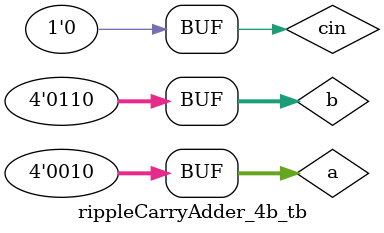
<source format=v>
module fullAdder(s,c,a,b,cin);
	input a,b,cin;
	output s,c;
	wire t0,t1,t2;
	always @(*) begin
        s = (a^b)^c;
	    c = (a&b)|((a^b)&c);
    end
endmodule

module rippleCarryAdder_4b(s,carry,a,b,cin);
	input[3:0] a,b;
	input cin;
	output[3:0] s;
	output carry;
	wire[2:0] c;
	
	fullAdder fa0(s[0],c[0],a[0],b[0],cin);
	fullAdder fa1(s[1],c[1],a[1],b[1],c[0]);
	fullAdder fa2(s[2],c[2],a[2],b[2],c[1]);
	fullAdder fa3(s[3],carry,a[3],b[3],c[2]);
endmodule

//Test becnch
module rippleCarryAdder_4b_tb;
	reg[3:0] a,b;
	reg cin;
	wire[3:0] s;	
	wire carry;
	rippleCarryAdder_4b dut(s,carry,a,b,cin);
    initial 
    begin
	    a=4'b0010; b=4'b0110; cin=0; #10;	
	end 
endmodule
</source>
